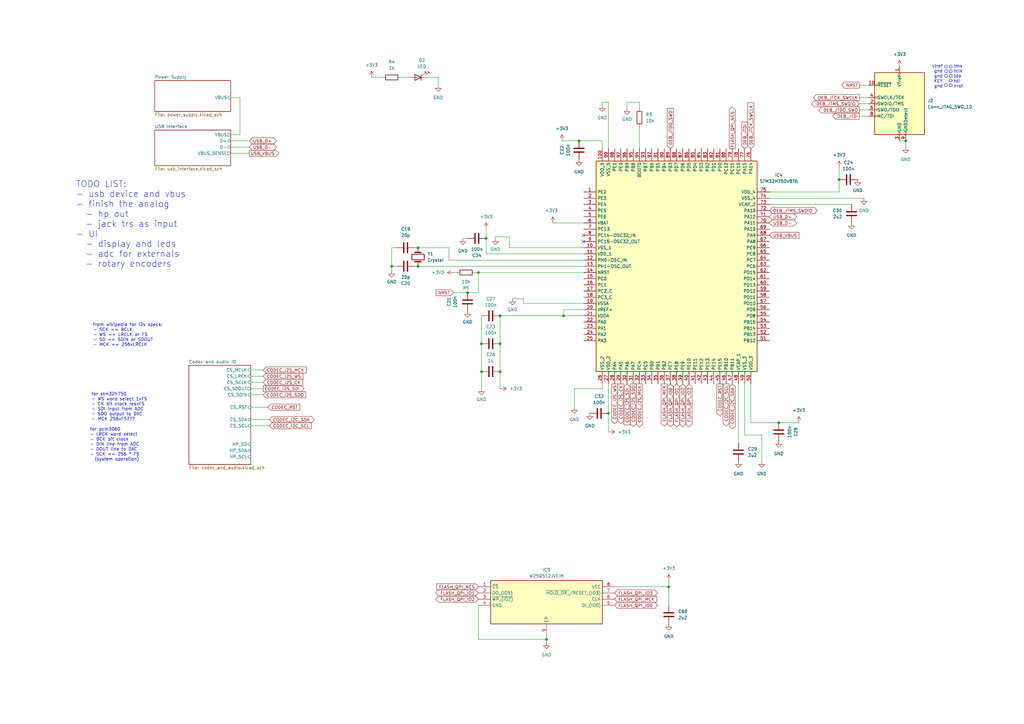
<source format=kicad_sch>
(kicad_sch (version 20230121) (generator eeschema)
  (paper "A3")
  (lib_symbols
    (symbol "Connector:Conn_ARM_JTAG_SWD_10" (pin_names (offset 1.016))
      (property "Reference" "J" (at -2.54 16.51 0))
      (property "Value" "Conn_ARM_JTAG_SWD_10" (at -2.54 13.97 0))
      (symbol "Conn_ARM_JTAG_SWD_10_0_1"
        (rectangle (start -10.16 12.7) (end 10.16 -12.7) (stroke (width 0.254)) (fill (type background)))
        (rectangle (start -2.794 -12.7) (end -2.286 -11.684))
        (rectangle (start -0.254 -12.7) (end 0.254 -11.684))
        (rectangle (start -0.254 12.7) (end 0.254 11.684))
        (rectangle (start 9.144 2.286) (end 10.16 2.794))
        (rectangle (start 10.16 -2.794) (end 9.144 -2.286))
        (rectangle (start 10.16 -0.254) (end 9.144 0.254))
        (rectangle (start 10.16 7.874) (end 9.144 7.366))
      )
      (symbol "Conn_ARM_JTAG_SWD_10_1_1"
        (rectangle (start 9.144 -5.334) (end 10.16 -4.826))
        (pin power_in line (at 0 15.24 270) (length 2.54) (name "VTref") (number "1"))
        (pin open_collector line (at 12.7 7.62 180) (length 2.54) (name "~{RESET}") (number "10"))
        (pin bidirectional line (at 12.7 0 180) (length 2.54) (name "SWDIO/TMS") (number "2"))
        (pin power_in line (at 0 -15.24 90) (length 2.54) (name "GND") (number "3"))
        (pin output line (at 12.7 2.54 180) (length 2.54) (name "SWCLK/TCK") (number "4"))
        (pin passive line (at 0 -15.24 90) (length 2.54) hide (name "GND") (number "5"))
        (pin input line (at 12.7 -2.54 180) (length 2.54) (name "SWO/TDO") (number "6"))
        (pin no_connect line (at -10.16 0 0) (length 2.54) hide (name "KEY") (number "7"))
        (pin output line (at 12.7 -5.08 180) (length 2.54) (name "NC/TDI") (number "8"))
        (pin passive line (at -2.54 -15.24 90) (length 2.54) (name "GNDDetect") (number "9"))
      )
    )
    (symbol "Device:C" (pin_numbers hide) (pin_names (offset 0.254))
      (property "Reference" "C" (at 0.635 2.54 0))
      (property "Value" "C" (at 0.635 -2.54 0))
      (symbol "C_0_1"
        (polyline (pts (xy -2.032 -0.762) (xy 2.032 -0.762)) (stroke (width 0.508)))
        (polyline (pts (xy -2.032 0.762) (xy 2.032 0.762)) (stroke (width 0.508)))
      )
      (symbol "C_1_1"
        (pin passive line (at 0 3.81 270) (length 2.794) (name "~") (number "1"))
        (pin passive line (at 0 -3.81 90) (length 2.794) (name "~") (number "2"))
      )
    )
    (symbol "Device:Crystal" (pin_numbers hide) (pin_names (offset 1.016) hide)
      (property "Reference" "Y" (at 0 3.81 0))
      (property "Value" "Crystal" (at 0 -3.81 0))
      (symbol "Crystal_0_1"
        (rectangle (start -1.143 2.54) (end 1.143 -2.54) (stroke (width 0.3048)))
        (polyline (pts (xy -2.54 0) (xy -1.905 0)))
        (polyline (pts (xy -1.905 -1.27) (xy -1.905 1.27)) (stroke (width 0.508)))
        (polyline (pts (xy 1.905 -1.27) (xy 1.905 1.27)) (stroke (width 0.508)))
        (polyline (pts (xy 2.54 0) (xy 1.905 0)))
      )
      (symbol "Crystal_1_1"
        (pin passive line (at -3.81 0 0) (length 1.27) (name "1") (number "1"))
        (pin passive line (at 3.81 0 180) (length 1.27) (name "2") (number "2"))
      )
    )
    (symbol "Device:LED" (pin_numbers hide) (pin_names (offset 1.016) hide)
      (property "Reference" "D" (at 0 2.54 0))
      (property "Value" "LED" (at 0 -2.54 0))
      (symbol "LED_0_1"
        (polyline (pts (xy -1.27 -1.27) (xy -1.27 1.27)) (stroke (width 0.254)))
        (polyline (pts (xy -1.27 0) (xy 1.27 0)))
        (polyline (pts (xy 1.27 -1.27) (xy 1.27 1.27) (xy -1.27 0) (xy 1.27 -1.27)) (stroke (width 0.254)))
        (polyline (pts (xy -3.048 -0.762) (xy -4.572 -2.286) (xy -3.81 -2.286) (xy -4.572 -2.286) (xy -4.572 -1.524)))
        (polyline (pts (xy -1.778 -0.762) (xy -3.302 -2.286) (xy -2.54 -2.286) (xy -3.302 -2.286) (xy -3.302 -1.524)))
      )
      (symbol "LED_1_1"
        (pin passive line (at -3.81 0 0) (length 2.54) (name "K") (number "1"))
        (pin passive line (at 3.81 0 180) (length 2.54) (name "A") (number "2"))
      )
    )
    (symbol "Device:R" (pin_numbers hide) (pin_names (offset 0))
      (property "Reference" "R" (at 2.032 0 90))
      (property "Value" "R" (at 0 0 90))
      (symbol "R_0_1"
        (rectangle (start -1.016 -2.54) (end 1.016 2.54) (stroke (width 0.254)))
      )
      (symbol "R_1_1"
        (pin passive line (at 0 3.81 270) (length 1.27) (name "~") (number "1"))
        (pin passive line (at 0 -3.81 90) (length 1.27) (name "~") (number "2"))
      )
    )
    (symbol "SamacSys_Parts:STM32H750VBT6"
      (property "Reference" "IC" (at 72.39 17.78 0))
      (property "Value" "STM32H750VBT6" (at 72.39 15.24 0))
      (symbol "STM32H750VBT6_1_1"
        (rectangle (start 5.08 12.7) (end 71.12 -73.66) (stroke (width 0.254)) (fill (type background)))
        (pin passive line (at 0 0 0) (length 5.08) (name "PE2") (number "1"))
        (pin passive line (at 0 -22.86 0) (length 5.08) (name "VSS_1") (number "10"))
        (pin passive line (at 7.62 17.78 270) (length 5.08) (name "VDD_5") (number "100"))
        (pin passive line (at 0 -25.4 0) (length 5.08) (name "VDD_1") (number "11"))
        (pin passive line (at 0 -27.94 0) (length 5.08) (name "PH0-OSC_IN") (number "12"))
        (pin passive line (at 0 -30.48 0) (length 5.08) (name "PH1-OSC_OUT") (number "13"))
        (pin passive line (at 0 -33.02 0) (length 5.08) (name "NRST") (number "14"))
        (pin passive line (at 0 -35.56 0) (length 5.08) (name "PC0") (number "15"))
        (pin passive line (at 0 -38.1 0) (length 5.08) (name "PC1") (number "16"))
        (pin passive line (at 0 -40.64 0) (length 5.08) (name "PC2_C") (number "17"))
        (pin passive line (at 0 -43.18 0) (length 5.08) (name "PC3_C") (number "18"))
        (pin passive line (at 0 -45.72 0) (length 5.08) (name "VSSA") (number "19"))
        (pin passive line (at 0 -2.54 0) (length 5.08) (name "PE3") (number "2"))
        (pin passive line (at 0 -48.26 0) (length 5.08) (name "VREF+") (number "20"))
        (pin passive line (at 0 -50.8 0) (length 5.08) (name "VDDA") (number "21"))
        (pin passive line (at 0 -53.34 0) (length 5.08) (name "PA0") (number "22"))
        (pin passive line (at 0 -55.88 0) (length 5.08) (name "PA1") (number "23"))
        (pin passive line (at 0 -58.42 0) (length 5.08) (name "PA2") (number "24"))
        (pin passive line (at 0 -60.96 0) (length 5.08) (name "PA3") (number "25"))
        (pin passive line (at 7.62 -78.74 90) (length 5.08) (name "VSS_2") (number "26"))
        (pin passive line (at 10.16 -78.74 90) (length 5.08) (name "VDD_2") (number "27"))
        (pin passive line (at 12.7 -78.74 90) (length 5.08) (name "PA4") (number "28"))
        (pin passive line (at 15.24 -78.74 90) (length 5.08) (name "PA5") (number "29"))
        (pin passive line (at 0 -5.08 0) (length 5.08) (name "PE4") (number "3"))
        (pin passive line (at 17.78 -78.74 90) (length 5.08) (name "PA6") (number "30"))
        (pin passive line (at 20.32 -78.74 90) (length 5.08) (name "PA7") (number "31"))
        (pin passive line (at 22.86 -78.74 90) (length 5.08) (name "PC4") (number "32"))
        (pin passive line (at 25.4 -78.74 90) (length 5.08) (name "PC5") (number "33"))
        (pin passive line (at 27.94 -78.74 90) (length 5.08) (name "PB0") (number "34"))
        (pin passive line (at 30.48 -78.74 90) (length 5.08) (name "PB1") (number "35"))
        (pin passive line (at 33.02 -78.74 90) (length 5.08) (name "PB2") (number "36"))
        (pin passive line (at 35.56 -78.74 90) (length 5.08) (name "PE7") (number "37"))
        (pin passive line (at 38.1 -78.74 90) (length 5.08) (name "PE8") (number "38"))
        (pin passive line (at 40.64 -78.74 90) (length 5.08) (name "PE9") (number "39"))
        (pin passive line (at 0 -7.62 0) (length 5.08) (name "PE5") (number "4"))
        (pin passive line (at 43.18 -78.74 90) (length 5.08) (name "PE10") (number "40"))
        (pin passive line (at 45.72 -78.74 90) (length 5.08) (name "PE11") (number "41"))
        (pin passive line (at 48.26 -78.74 90) (length 5.08) (name "PE12") (number "42"))
        (pin passive line (at 50.8 -78.74 90) (length 5.08) (name "PE13") (number "43"))
        (pin passive line (at 53.34 -78.74 90) (length 5.08) (name "PE14") (number "44"))
        (pin passive line (at 55.88 -78.74 90) (length 5.08) (name "PE15") (number "45"))
        (pin passive line (at 58.42 -78.74 90) (length 5.08) (name "PB10") (number "46"))
        (pin passive line (at 60.96 -78.74 90) (length 5.08) (name "PB11") (number "47"))
        (pin passive line (at 63.5 -78.74 90) (length 5.08) (name "VCAP_1") (number "48"))
        (pin passive line (at 66.04 -78.74 90) (length 5.08) (name "VSS_3") (number "49"))
        (pin passive line (at 0 -10.16 0) (length 5.08) (name "PE6") (number "5"))
        (pin passive line (at 68.58 -78.74 90) (length 5.08) (name "VDD_3") (number "50"))
        (pin passive line (at 76.2 -60.96 180) (length 5.08) (name "PB12") (number "51"))
        (pin passive line (at 76.2 -58.42 180) (length 5.08) (name "PB13") (number "52"))
        (pin passive line (at 76.2 -55.88 180) (length 5.08) (name "PB14") (number "53"))
        (pin passive line (at 76.2 -53.34 180) (length 5.08) (name "PB15") (number "54"))
        (pin passive line (at 76.2 -50.8 180) (length 5.08) (name "PD8") (number "55"))
        (pin passive line (at 76.2 -48.26 180) (length 5.08) (name "PD9") (number "56"))
        (pin passive line (at 76.2 -45.72 180) (length 5.08) (name "PD10") (number "57"))
        (pin passive line (at 76.2 -43.18 180) (length 5.08) (name "PD11") (number "58"))
        (pin passive line (at 76.2 -40.64 180) (length 5.08) (name "PD12") (number "59"))
        (pin passive line (at 0 -12.7 0) (length 5.08) (name "VBAT") (number "6"))
        (pin passive line (at 76.2 -38.1 180) (length 5.08) (name "PD13") (number "60"))
        (pin passive line (at 76.2 -35.56 180) (length 5.08) (name "PD14") (number "61"))
        (pin passive line (at 76.2 -33.02 180) (length 5.08) (name "PD15") (number "62"))
        (pin passive line (at 76.2 -30.48 180) (length 5.08) (name "PC6") (number "63"))
        (pin passive line (at 76.2 -27.94 180) (length 5.08) (name "PC7") (number "64"))
        (pin passive line (at 76.2 -25.4 180) (length 5.08) (name "PC8") (number "65"))
        (pin passive line (at 76.2 -22.86 180) (length 5.08) (name "PC9") (number "66"))
        (pin passive line (at 76.2 -20.32 180) (length 5.08) (name "PA8") (number "67"))
        (pin passive line (at 76.2 -17.78 180) (length 5.08) (name "PA9") (number "68"))
        (pin passive line (at 76.2 -15.24 180) (length 5.08) (name "PA10") (number "69"))
        (pin passive line (at 0 -15.24 0) (length 5.08) (name "PC13") (number "7"))
        (pin passive line (at 76.2 -12.7 180) (length 5.08) (name "PA11") (number "70"))
        (pin passive line (at 76.2 -10.16 180) (length 5.08) (name "PA12") (number "71"))
        (pin passive line (at 76.2 -7.62 180) (length 5.08) (name "PA13") (number "72"))
        (pin passive line (at 76.2 -5.08 180) (length 5.08) (name "VCAP_2") (number "73"))
        (pin passive line (at 76.2 -2.54 180) (length 5.08) (name "VSS_4") (number "74"))
        (pin passive line (at 76.2 0 180) (length 5.08) (name "VDD_4") (number "75"))
        (pin passive line (at 68.58 17.78 270) (length 5.08) (name "PA14") (number "76"))
        (pin passive line (at 66.04 17.78 270) (length 5.08) (name "PA15") (number "77"))
        (pin passive line (at 63.5 17.78 270) (length 5.08) (name "PC10") (number "78"))
        (pin passive line (at 60.96 17.78 270) (length 5.08) (name "PC11") (number "79"))
        (pin passive line (at 0 -17.78 0) (length 5.08) (name "PC14-OSC32_IN") (number "8"))
        (pin passive line (at 58.42 17.78 270) (length 5.08) (name "PC12") (number "80"))
        (pin passive line (at 55.88 17.78 270) (length 5.08) (name "PD0") (number "81"))
        (pin passive line (at 53.34 17.78 270) (length 5.08) (name "PD1") (number "82"))
        (pin passive line (at 50.8 17.78 270) (length 5.08) (name "PD2") (number "83"))
        (pin passive line (at 48.26 17.78 270) (length 5.08) (name "PD3") (number "84"))
        (pin passive line (at 45.72 17.78 270) (length 5.08) (name "PD4") (number "85"))
        (pin passive line (at 43.18 17.78 270) (length 5.08) (name "PD5") (number "86"))
        (pin passive line (at 40.64 17.78 270) (length 5.08) (name "PD6") (number "87"))
        (pin passive line (at 38.1 17.78 270) (length 5.08) (name "PD7") (number "88"))
        (pin passive line (at 35.56 17.78 270) (length 5.08) (name "PB3") (number "89"))
        (pin passive line (at 0 -20.32 0) (length 5.08) (name "PC15-OSC32_OUT") (number "9"))
        (pin passive line (at 33.02 17.78 270) (length 5.08) (name "PB4") (number "90"))
        (pin passive line (at 30.48 17.78 270) (length 5.08) (name "PB5") (number "91"))
        (pin passive line (at 27.94 17.78 270) (length 5.08) (name "PB6") (number "92"))
        (pin passive line (at 25.4 17.78 270) (length 5.08) (name "PB7") (number "93"))
        (pin passive line (at 22.86 17.78 270) (length 5.08) (name "BOOT0") (number "94"))
        (pin passive line (at 20.32 17.78 270) (length 5.08) (name "PB8") (number "95"))
        (pin passive line (at 17.78 17.78 270) (length 5.08) (name "PB9") (number "96"))
        (pin passive line (at 15.24 17.78 270) (length 5.08) (name "PE0") (number "97"))
        (pin passive line (at 12.7 17.78 270) (length 5.08) (name "PE1") (number "98"))
        (pin passive line (at 10.16 17.78 270) (length 5.08) (name "VSS_5") (number "99"))
      )
    )
    (symbol "SamacSys_Parts:W25Q512JVEIM"
      (property "Reference" "IC" (at 52.07 7.62 0))
      (property "Value" "W25Q512JVEIM" (at 52.07 5.08 0))
      (symbol "W25Q512JVEIM_1_1"
        (rectangle (start 5.08 2.54) (end 50.8 -15.24) (stroke (width 0.254)) (fill (type background)))
        (pin passive line (at 0 0 0) (length 5.08) (name "~{CS}") (number "1"))
        (pin passive line (at 0 -2.54 0) (length 5.08) (name "DO_(IO1)") (number "2"))
        (pin passive line (at 0 -5.08 0) (length 5.08) (name "~{WP_(IO2)}") (number "3"))
        (pin passive line (at 0 -7.62 0) (length 5.08) (name "GND") (number "4"))
        (pin passive line (at 55.88 -7.62 180) (length 5.08) (name "DI_(IO0)") (number "5"))
        (pin passive line (at 55.88 -5.08 180) (length 5.08) (name "CLK") (number "6"))
        (pin passive line (at 55.88 -2.54 180) (length 5.08) (name "~{HOLD_OR_}/RESET_(IO3)") (number "7"))
        (pin passive line (at 55.88 0 180) (length 5.08) (name "VCC") (number "8"))
        (pin passive line (at 27.94 -20.32 90) (length 5.08) (name "EP") (number "9"))
      )
    )
    (symbol "power:+3V3" (power) (pin_names (offset 0))
      (property "Value" "+3V3" (at 0 3.556 0))
      (symbol "+3V3_0_1"
        (polyline (pts (xy -0.762 1.27) (xy 0 2.54)))
        (polyline (pts (xy 0 0) (xy 0 2.54)))
        (polyline (pts (xy 0 2.54) (xy 0.762 1.27)))
      )
      (symbol "+3V3_1_1"
        (pin power_in line (at 0 0 90) (length 0) hide (name "+3V3") (number "1"))
      )
    )
    (symbol "power:GND" (power) (pin_names (offset 0))
      (property "Value" "GND" (at 0 -3.81 0))
      (symbol "GND_0_1"
        (polyline (pts (xy 0 0) (xy 0 -1.27) (xy 1.27 -1.27) (xy 0 -2.54) (xy -1.27 -1.27) (xy 0 -1.27)))
      )
      (symbol "GND_1_1"
        (pin power_in line (at 0 0 270) (length 0) hide (name "GND") (number "1"))
      )
    )
  )
  (junction (at 191.77 120.015))
  (junction (at 371.475 57.785))
  (junction (at 231.14 129.54))
  (junction (at 237.49 57.785))
  (junction (at 197.485 140.97))
  (junction (at 205.105 129.54))
  (junction (at 196.215 111.76))
  (junction (at 199.39 97.79))
  (junction (at 274.32 240.665))
  (junction (at 171.45 109.22))
  (junction (at 344.17 73.66))
  (junction (at 205.105 152.4))
  (junction (at 160.655 109.22))
  (junction (at 171.45 101.6))
  (junction (at 205.105 140.97))
  (junction (at 319.405 173.355))
  (junction (at 197.485 152.4))
  (junction (at 249.555 169.545))
  (junction (at 224.155 262.255))
  (no_connect (at 239.395 99.06))
  (no_connect (at 239.395 96.52))
  (wire (pts (xy 315.595 81.28) (xy 354.33 81.28)))
  (wire (pts (xy 102.87 151.765) (xy 107.95 151.765)))
  (wire (pts (xy 152.4 31.75) (xy 156.845 31.75)))
  (wire (pts (xy 247.015 159.385) (xy 247.015 157.48)))
  (wire (pts (xy 274.32 240.665) (xy 274.32 248.285)))
  (wire (pts (xy 239.395 106.68) (xy 184.15 106.68)))
  (wire (pts (xy 94.615 60.325) (xy 102.235 60.325)))
  (wire (pts (xy 208.915 97.155) (xy 203.2 97.155)))
  (wire (pts (xy 94.615 57.785) (xy 102.235 57.785)))
  (wire (pts (xy 196.215 262.255) (xy 224.155 262.255)))
  (wire (pts (xy 203.2 97.155) (xy 203.2 97.79)))
  (wire (pts (xy 205.105 129.54) (xy 231.14 129.54)))
  (wire (pts (xy 249.555 41.91) (xy 247.015 41.91)))
  (wire (pts (xy 196.215 120.015) (xy 196.215 111.76)))
  (wire (pts (xy 239.395 129.54) (xy 231.14 129.54)))
  (wire (pts (xy 94.615 40.005) (xy 98.425 40.005)))
  (wire (pts (xy 199.39 104.14) (xy 239.395 104.14)))
  (wire (pts (xy 208.915 101.6) (xy 239.395 101.6)))
  (wire (pts (xy 231.14 129.54) (xy 231.14 127)))
  (wire (pts (xy 274.32 238.125) (xy 274.32 240.665)))
  (wire (pts (xy 208.915 97.155) (xy 208.915 101.6)))
  (wire (pts (xy 197.485 129.54) (xy 197.485 140.97)))
  (wire (pts (xy 312.42 178.435) (xy 305.435 178.435)))
  (wire (pts (xy 160.655 101.6) (xy 160.655 109.22)))
  (wire (pts (xy 352.425 42.545) (xy 356.235 42.545)))
  (wire (pts (xy 226.695 91.44) (xy 239.395 91.44)))
  (wire (pts (xy 352.425 34.925) (xy 356.235 34.925)))
  (wire (pts (xy 315.595 83.82) (xy 349.25 83.82)))
  (wire (pts (xy 186.055 111.76) (xy 187.325 111.76)))
  (wire (pts (xy 164.465 31.75) (xy 167.64 31.75)))
  (wire (pts (xy 160.655 109.22) (xy 160.655 111.125)))
  (wire (pts (xy 194.945 111.76) (xy 196.215 111.76)))
  (wire (pts (xy 184.15 106.68) (xy 184.15 101.6)))
  (wire (pts (xy 102.87 159.385) (xy 107.95 159.385)))
  (wire (pts (xy 252.095 240.665) (xy 274.32 240.665)))
  (wire (pts (xy 171.45 109.22) (xy 239.395 109.22)))
  (wire (pts (xy 175.26 31.75) (xy 179.705 31.75)))
  (wire (pts (xy 196.215 120.015) (xy 191.77 120.015)))
  (wire (pts (xy 205.105 152.4) (xy 205.105 159.385)))
  (wire (pts (xy 231.14 127) (xy 239.395 127)))
  (wire (pts (xy 197.485 140.97) (xy 197.485 152.4)))
  (wire (pts (xy 307.975 173.355) (xy 307.975 157.48)))
  (wire (pts (xy 302.895 181.61) (xy 302.895 157.48)))
  (wire (pts (xy 102.87 154.305) (xy 107.95 154.305)))
  (wire (pts (xy 214.63 124.46) (xy 239.395 124.46)))
  (wire (pts (xy 230.505 57.785) (xy 237.49 57.785)))
  (wire (pts (xy 371.475 57.785) (xy 371.475 60.325)))
  (wire (pts (xy 262.255 41.91) (xy 262.255 44.45)))
  (wire (pts (xy 319.405 173.355) (xy 327.66 173.355)))
  (wire (pts (xy 249.555 60.96) (xy 249.555 41.91)))
  (wire (pts (xy 247.015 57.785) (xy 247.015 60.96)))
  (wire (pts (xy 224.155 260.985) (xy 224.155 262.255)))
  (wire (pts (xy 249.555 157.48) (xy 249.555 169.545)))
  (wire (pts (xy 205.105 140.97) (xy 205.105 152.4)))
  (wire (pts (xy 247.015 41.91) (xy 247.015 43.18)))
  (wire (pts (xy 210.185 122.555) (xy 214.63 122.555)))
  (wire (pts (xy 224.155 262.255) (xy 224.155 263.525)))
  (wire (pts (xy 98.425 40.005) (xy 98.425 55.245)))
  (wire (pts (xy 196.215 248.285) (xy 196.215 262.255)))
  (wire (pts (xy 237.49 57.785) (xy 247.015 57.785)))
  (wire (pts (xy 199.39 93.98) (xy 199.39 97.79)))
  (wire (pts (xy 196.215 111.76) (xy 239.395 111.76)))
  (wire (pts (xy 102.87 156.845) (xy 107.95 156.845)))
  (wire (pts (xy 98.425 55.245) (xy 94.615 55.245)))
  (wire (pts (xy 262.255 52.07) (xy 262.255 60.96)))
  (wire (pts (xy 189.865 97.79) (xy 191.77 97.79)))
  (wire (pts (xy 235.585 159.385) (xy 247.015 159.385)))
  (wire (pts (xy 315.595 78.74) (xy 344.17 78.74)))
  (wire (pts (xy 235.585 167.005) (xy 235.585 159.385)))
  (wire (pts (xy 102.87 172.085) (xy 110.49 172.085)))
  (wire (pts (xy 257.175 44.45) (xy 257.175 41.91)))
  (wire (pts (xy 170.18 101.6) (xy 171.45 101.6)))
  (wire (pts (xy 214.63 122.555) (xy 214.63 124.46)))
  (wire (pts (xy 344.17 73.66) (xy 344.17 78.74)))
  (wire (pts (xy 307.975 173.355) (xy 319.405 173.355)))
  (wire (pts (xy 368.935 57.785) (xy 371.475 57.785)))
  (wire (pts (xy 352.425 40.005) (xy 356.235 40.005)))
  (wire (pts (xy 102.87 174.625) (xy 110.49 174.625)))
  (wire (pts (xy 179.705 31.75) (xy 179.705 34.925)))
  (wire (pts (xy 160.655 109.22) (xy 162.56 109.22)))
  (wire (pts (xy 102.87 161.925) (xy 107.95 161.925)))
  (wire (pts (xy 94.615 62.865) (xy 102.235 62.865)))
  (wire (pts (xy 102.87 167.005) (xy 109.855 167.005)))
  (wire (pts (xy 199.39 97.79) (xy 199.39 104.14)))
  (wire (pts (xy 205.105 129.54) (xy 205.105 140.97)))
  (wire (pts (xy 257.175 41.91) (xy 262.255 41.91)))
  (wire (pts (xy 170.18 109.22) (xy 171.45 109.22)))
  (wire (pts (xy 171.45 101.6) (xy 184.15 101.6)))
  (wire (pts (xy 305.435 178.435) (xy 305.435 157.48)))
  (wire (pts (xy 312.42 178.435) (xy 312.42 189.23)))
  (wire (pts (xy 352.425 45.085) (xy 356.235 45.085)))
  (wire (pts (xy 344.17 68.58) (xy 344.17 73.66)))
  (wire (pts (xy 160.655 101.6) (xy 162.56 101.6)))
  (wire (pts (xy 352.425 47.625) (xy 356.235 47.625)))
  (wire (pts (xy 186.055 120.015) (xy 191.77 120.015)))
  (wire (pts (xy 197.485 152.4) (xy 197.485 159.385)))
  (wire (pts (xy 249.555 169.545) (xy 249.555 177.165)))
  (circle (center 387.985 29.21) (radius 0.635))
  (circle (center 389.89 31.115) (radius 0.635))
  (circle (center 387.985 31.115) (radius 0.635))
  (circle (center 387.985 27.305) (radius 0.635))
  (circle (center 389.89 27.305) (radius 0.635))
  (circle (center 389.89 29.21) (radius 0.635))
  (circle (center 387.985 34.925) (radius 0.635))
  (circle (center 389.89 33.02) (radius 0.635))
  (circle (center 389.89 34.925) (radius 0.635))
  (text "vtref\ngnd\ngnd\nKEY\ngnd" (at 386.715 36.195 0) (effects (font (size 1.27 1.27)) (justify right bottom)))
  (text "for pcm3060\n- LRCK word select\n- BCK bit clock\n- DIN line from ADC\n- DOUT line to DAC\n- SCK == 256 * FS\n  (system operation)\n" (at 36.83 189.23 0) (effects (font (size 1.27 1.27)) (justify left bottom)))
  (text "TODO LIST:\n- usb device and vbus\n- finish the analog\n  - hp out\n  - jack trs as input\n- UI\n  - display and leds\n  - adc for externals\n  - rotary encoders" (at 31.115 109.855 0) (effects (font (size 2.54 2.54)) (justify left bottom)))
  (text "for stm32h750\n- WS word select 1xFS\n- CK bit clock resxFS\n- SDI input from ADC\n- SDO output to DAC\n- MCK 256xFS???" (at 37.465 172.72 0) (effects (font (size 1.27 1.27)) (justify left bottom)))
  (text "from wikipedia for i2s specs:\n- SCK == BCLK\n- WS == LRCLK or FS\n- SD == SDIN or SDOUT\n- MCK == 256xLRCLK\n" (at 38.1 142.24 0) (effects (font (size 1.27 1.27)) (justify left bottom)))
  (text "tms\ntclk\ntdo\ntdi\nnrst" (at 391.16 36.195 0) (effects (font (size 1.27 1.27)) (justify left bottom)))
  (global_label "CODEC_I2S_CK" (shape output) (at 254.635 157.48 270) (property "Intersheetrefs" "${INTERSHEET_REFS}" (effects hide)))
  (global_label "DEB_JTCK_SWCLK" (shape output) (at 352.425 40.005 180) (property "Intersheetrefs" "${INTERSHEET_REFS}" (effects hide)))
  (global_label "FLASH_QPI_IO3" (shape bidirectional) (at 282.575 157.48 270) (property "Intersheetrefs" "${INTERSHEET_REFS}" (effects hide)))
  (global_label "DEB_JTMS_SWDIO" (shape bidirectional) (at 315.595 86.36 0) (property "Intersheetrefs" "${INTERSHEET_REFS}" (effects hide)))
  (global_label "USB_D-" (shape bidirectional) (at 315.595 91.44 0) (property "Intersheetrefs" "${INTERSHEET_REFS}" (effects hide)))
  (global_label "FLASH_QPI_NCS" (shape output) (at 300.355 60.96 90) (property "Intersheetrefs" "${INTERSHEET_REFS}" (effects hide)))
  (global_label "CODEC_I2C_SCL" (shape input) (at 110.49 174.625 0) (property "Intersheetrefs" "${INTERSHEET_REFS}" (effects hide)))
  (global_label "DEB_JTDO_SWO" (shape input) (at 274.955 60.96 90) (property "Intersheetrefs" "${INTERSHEET_REFS}" (effects hide)))
  (global_label "CODEC_I2S_MCK" (shape input) (at 107.95 151.765 0) (property "Intersheetrefs" "${INTERSHEET_REFS}" (effects hide)))
  (global_label "FLASH_QPI_IO2" (shape bidirectional) (at 280.035 157.48 270) (property "Intersheetrefs" "${INTERSHEET_REFS}" (effects hide)))
  (global_label "CODEC_I2S_SDI" (shape input) (at 257.175 157.48 270) (property "Intersheetrefs" "${INTERSHEET_REFS}" (effects hide)))
  (global_label "CODEC_I2S_WS" (shape output) (at 252.095 157.48 270) (property "Intersheetrefs" "${INTERSHEET_REFS}" (effects hide)))
  (global_label "CODEC_RST" (shape output) (at 295.275 157.48 270) (property "Intersheetrefs" "${INTERSHEET_REFS}" (effects hide)))
  (global_label "USB_D-" (shape bidirectional) (at 102.235 60.325 0) (property "Intersheetrefs" "${INTERSHEET_REFS}" (effects hide)))
  (global_label "FLASH_QPI_MCK" (shape output) (at 272.415 157.48 270) (property "Intersheetrefs" "${INTERSHEET_REFS}" (effects hide)))
  (global_label "CODEC_I2S_SDI" (shape output) (at 107.95 159.385 0) (property "Intersheetrefs" "${INTERSHEET_REFS}" (effects hide)))
  (global_label "FLASH_QPI_IO1" (shape bidirectional) (at 196.215 243.205 180) (property "Intersheetrefs" "${INTERSHEET_REFS}" (effects hide)))
  (global_label "DEB_JTDO_SWO" (shape output) (at 352.425 45.085 180) (property "Intersheetrefs" "${INTERSHEET_REFS}" (effects hide)))
  (global_label "FLASH_QPI_IO3" (shape bidirectional) (at 252.095 243.205 0) (property "Intersheetrefs" "${INTERSHEET_REFS}" (effects hide)))
  (global_label "CODEC_I2S_SDO" (shape input) (at 107.95 161.925 0) (property "Intersheetrefs" "${INTERSHEET_REFS}" (effects hide)))
  (global_label "CODEC_I2S_WS" (shape input) (at 107.95 154.305 0) (property "Intersheetrefs" "${INTERSHEET_REFS}" (effects hide)))
  (global_label "CODEC_I2S_SDO" (shape output) (at 259.715 157.48 270) (property "Intersheetrefs" "${INTERSHEET_REFS}" (effects hide)))
  (global_label "DEB_JTDI" (shape output) (at 352.425 47.625 180) (property "Intersheetrefs" "${INTERSHEET_REFS}" (effects hide)))
  (global_label "DEB_JTMS_SWDIO" (shape bidirectional) (at 352.425 42.545 180) (property "Intersheetrefs" "${INTERSHEET_REFS}" (effects hide)))
  (global_label "FLASH_QPI_IO0" (shape bidirectional) (at 252.095 248.285 0) (property "Intersheetrefs" "${INTERSHEET_REFS}" (effects hide)))
  (global_label "NRST" (shape output) (at 352.425 34.925 180) (property "Intersheetrefs" "${INTERSHEET_REFS}" (effects hide)))
  (global_label "CODEC_RST" (shape input) (at 109.855 167.005 0) (property "Intersheetrefs" "${INTERSHEET_REFS}" (effects hide)))
  (global_label "FLASH_QPI_MCK" (shape input) (at 252.095 245.745 0) (property "Intersheetrefs" "${INTERSHEET_REFS}" (effects hide)))
  (global_label "FLASH_QPI_IO1" (shape bidirectional) (at 277.495 157.48 270) (property "Intersheetrefs" "${INTERSHEET_REFS}" (effects hide)))
  (global_label "FLASH_QPI_NCS" (shape input) (at 196.215 240.665 180) (property "Intersheetrefs" "${INTERSHEET_REFS}" (effects hide)))
  (global_label "CODEC_I2C_SDA" (shape bidirectional) (at 300.355 157.48 270) (property "Intersheetrefs" "${INTERSHEET_REFS}" (effects hide)))
  (global_label "CODEC_I2S_CK" (shape input) (at 107.95 156.845 0) (property "Intersheetrefs" "${INTERSHEET_REFS}" (effects hide)))
  (global_label "CODEC_I2C_SCL" (shape output) (at 297.815 157.48 270) (property "Intersheetrefs" "${INTERSHEET_REFS}" (effects hide)))
  (global_label "NRST" (shape input) (at 186.055 120.015 180) (property "Intersheetrefs" "${INTERSHEET_REFS}" (effects hide)))
  (global_label "USB_D+" (shape bidirectional) (at 102.235 57.785 0) (property "Intersheetrefs" "${INTERSHEET_REFS}" (effects hide)))
  (global_label "DEB_JTDI" (shape input) (at 305.435 60.96 90) (property "Intersheetrefs" "${INTERSHEET_REFS}" (effects hide)))
  (global_label "USB_D+" (shape bidirectional) (at 315.595 88.9 0) (property "Intersheetrefs" "${INTERSHEET_REFS}" (effects hide)))
  (global_label "FLASH_QPI_IO2" (shape bidirectional) (at 196.215 245.745 180) (property "Intersheetrefs" "${INTERSHEET_REFS}" (effects hide)))
  (global_label "CODEC_I2C_SDA" (shape bidirectional) (at 110.49 172.085 0) (property "Intersheetrefs" "${INTERSHEET_REFS}" (effects hide)))
  (global_label "USB_VBUS" (shape input) (at 315.595 96.52 0) (property "Intersheetrefs" "${INTERSHEET_REFS}" (effects hide)))
  (global_label "FLASH_QPI_IO0" (shape bidirectional) (at 274.955 157.48 270) (property "Intersheetrefs" "${INTERSHEET_REFS}" (effects hide)))
  (global_label "USB_VBUS" (shape output) (at 102.235 62.865 0) (property "Intersheetrefs" "${INTERSHEET_REFS}" (effects hide)))
  (global_label "CODEC_I2S_MCK" (shape output) (at 262.255 157.48 270) (property "Intersheetrefs" "${INTERSHEET_REFS}" (effects hide)))
  (global_label "DEB_JTCK_SWCLK" (shape input) (at 307.975 60.96 90) (property "Intersheetrefs" "${INTERSHEET_REFS}" (effects hide)))
  (symbol (lib_id "power:+3V3") (at 230.505 57.785 0) (unit 1)
    (property "Reference" "#PWR053" (effects hide))
    (property "Value" "+3V3" (at 230.505 52.705 0))
  )
  (symbol (lib_id "SamacSys_Parts:W25Q512JVEIM") (at 196.215 240.665 0) (unit 1)
    (property "Reference" "IC5" (at 224.155 233.68 0))
    (property "Value" "W25Q512JVEIM" (at 224.155 236.22 0))
    (property "Footprint" "SON127P800X600X80-9N-D" (effects hide))
    (property "Datasheet" "https://www.winbond.com/hq/search-resource-file.jsp?partNo=W25Q512JVEIM&type=datasheet" (effects hide))
    (property "Height" "0.8" (effects hide))
    (property "Manufacturer_Name" "Winbond" (effects hide))
    (property "Manufacturer_Part_Number" "W25Q512JVEIM" (effects hide))
    (property "Mouser Part Number" "454-W25Q512JVEIM" (effects hide))
    (property "Mouser Price/Stock" "https://www.mouser.co.uk/ProductDetail/Winbond/W25Q512JVEIM?qs=T3oQrply3y%252BsynJ0tx2Lww%3D%3D" (effects hide))
    (property "Arrow Part Number" "W25Q512JVEIM" (effects hide))
    (property "Arrow Price/Stock" "https://www.arrow.com/en/products/w25q512jveim/winbond-electronics?utm_currency=USD&region=nac" (effects hide))
  )
  (symbol (lib_id "power:GND") (at 312.42 189.23 0) (unit 1)
    (property "Reference" "#PWR011" (effects hide))
    (property "Value" "GND" (at 312.42 194.31 0))
  )
  (symbol (lib_id "Device:C") (at 166.37 109.22 90) (mirror x) (unit 1)
    (property "Reference" "C20" (at 166.37 116.205 90))
    (property "Value" "20p" (at 166.37 113.665 90))
  )
  (symbol (lib_id "Device:C") (at 195.58 97.79 90) (mirror x) (unit 1)
    (property "Reference" "C34" (at 195.58 104.775 90))
    (property "Value" "100n" (at 195.58 102.235 90))
  )
  (symbol (lib_id "power:GND") (at 197.485 159.385 0) (unit 1)
    (property "Reference" "#PWR016" (effects hide))
    (property "Value" "GND" (at 197.485 163.83 0))
  )
  (symbol (lib_id "power:+3V3") (at 205.105 159.385 270) (unit 1)
    (property "Reference" "#PWR057" (effects hide))
    (property "Value" "+3V3" (at 208.915 159.385 90) (effects (justify left)))
  )
  (symbol (lib_id "Device:C") (at 349.25 87.63 0) (mirror y) (unit 1)
    (property "Reference" "C30" (at 345.44 86.36 0) (effects (justify left)))
    (property "Value" "2u2" (at 345.44 88.9 0) (effects (justify left)))
  )
  (symbol (lib_id "power:+3V3") (at 199.39 93.98 0) (unit 1)
    (property "Reference" "#PWR055" (effects hide))
    (property "Value" "+3V3" (at 199.39 88.9 0))
  )
  (symbol (lib_id "power:+3V3") (at 186.055 111.76 90) (unit 1)
    (property "Reference" "#PWR056" (effects hide))
    (property "Value" "+3V3" (at 182.245 111.76 90) (effects (justify left)))
  )
  (symbol (lib_id "power:GND") (at 160.655 111.125 0) (unit 1)
    (property "Reference" "#PWR08" (effects hide))
    (property "Value" "GND" (at 160.655 115.57 0))
  )
  (symbol (lib_id "power:GND") (at 224.155 263.525 0) (unit 1)
    (property "Reference" "#PWR075" (effects hide))
    (property "Value" "GND" (at 224.155 268.605 0))
  )
  (symbol (lib_id "power:GND") (at 203.2 97.79 0) (unit 1)
    (property "Reference" "#PWR014" (effects hide))
    (property "Value" "GND" (at 203.2 102.235 0))
  )
  (symbol (lib_id "power:GND") (at 319.405 180.975 0) (mirror y) (unit 1)
    (property "Reference" "#PWR022" (effects hide))
    (property "Value" "GND" (at 319.405 186.055 0))
  )
  (symbol (lib_id "power:GND") (at 189.865 97.79 0) (unit 1)
    (property "Reference" "#PWR024" (effects hide))
    (property "Value" "GND" (at 189.865 102.87 0))
  )
  (symbol (lib_id "power:GND") (at 241.935 169.545 0) (unit 1)
    (property "Reference" "#PWR023" (effects hide))
    (property "Value" "GND" (at 241.935 174.625 0))
  )
  (symbol (lib_id "Device:C") (at 237.49 61.595 0) (mirror y) (unit 1)
    (property "Reference" "C22" (at 230.505 61.595 90))
    (property "Value" "100n" (at 233.045 61.595 90))
  )
  (symbol (lib_id "power:GND") (at 191.77 127.635 0) (unit 1)
    (property "Reference" "#PWR019" (effects hide))
    (property "Value" "GND" (at 191.77 132.08 0))
  )
  (symbol (lib_id "power:GND") (at 237.49 65.405 0) (unit 1)
    (property "Reference" "#PWR020" (effects hide))
    (property "Value" "GND" (at 237.49 70.485 0))
  )
  (symbol (lib_id "SamacSys_Parts:STM32H750VBT6") (at 239.395 78.74 0) (unit 1)
    (property "Reference" "IC4" (at 319.405 71.8119 0))
    (property "Value" "STM32H750VBT6" (at 319.405 74.3519 0))
    (property "Footprint" "QFP50P1600X1600X160-100N" (effects hide))
    (property "Datasheet" "https://www.st.com/resource/en/datasheet/stm32h750vb.pdf" (effects hide))
    (property "Height" "1.6" (effects hide))
    (property "Manufacturer_Name" "STMicroelectronics" (effects hide))
    (property "Manufacturer_Part_Number" "STM32H750VBT6" (effects hide))
    (property "Mouser Part Number" "511-STM32H750VBT6" (effects hide))
    (property "Mouser Price/Stock" "https://www.mouser.co.uk/ProductDetail/STMicroelectronics/STM32H750VBT6?qs=%252BEew9%252B0nqrBAeuu%2FsQQSzQ%3D%3D" (effects hide))
    (property "Arrow Part Number" "STM32H750VBT6" (effects hide))
    (property "Arrow Price/Stock" "https://www.arrow.com/en/products/stm32h750vbt6/stmicroelectronics?region=nac" (effects hide))
  )
  (symbol (lib_id "power:GND") (at 274.32 255.905 0) (unit 1)
    (property "Reference" "#PWR082" (effects hide))
    (property "Value" "GND" (at 274.32 260.985 0))
  )
  (symbol (lib_id "power:GND") (at 354.33 81.28 0) (unit 1)
    (property "Reference" "#PWR012" (effects hide))
    (property "Value" "GND" (at 354.33 86.36 0))
  )
  (symbol (lib_id "power:GND") (at 257.175 44.45 0) (unit 1)
    (property "Reference" "#PWR09" (effects hide))
    (property "Value" "GND" (at 257.175 48.895 0))
  )
  (symbol (lib_id "Device:C") (at 191.77 123.825 180) (unit 1)
    (property "Reference" "C21" (at 184.15 123.825 90))
    (property "Value" "100n" (at 186.69 123.825 90))
  )
  (symbol (lib_id "power:GND") (at 247.015 43.18 0) (unit 1)
    (property "Reference" "#PWR013" (effects hide))
    (property "Value" "GND" (at 247.015 48.26 0))
  )
  (symbol (lib_id "Device:C") (at 319.405 177.165 0) (unit 1)
    (property "Reference" "C28" (at 326.39 177.165 90))
    (property "Value" "100n" (at 323.85 177.165 90))
  )
  (symbol (lib_id "power:GND") (at 371.475 60.325 0) (unit 1)
    (property "Reference" "#PWR026" (effects hide))
    (property "Value" "GND" (at 371.475 65.405 0))
  )
  (symbol (lib_id "Device:LED") (at 171.45 31.75 180) (unit 1)
    (property "Reference" "D2" (at 173.0375 24.765 0))
    (property "Value" "LED" (at 173.0375 27.305 0))
  )
  (symbol (lib_id "Device:Crystal") (at 171.45 105.41 270) (mirror x) (unit 1)
    (property "Reference" "Y1" (at 175.26 104.14 90) (effects (justify left)))
    (property "Value" "Crystal" (at 175.26 106.68 90) (effects (justify left)))
  )
  (symbol (lib_id "Device:R") (at 160.655 31.75 90) (unit 1)
    (property "Reference" "R4" (at 160.655 25.4 90))
    (property "Value" "1k" (at 160.655 27.94 90))
  )
  (symbol (lib_id "power:+3V3") (at 344.17 68.58 0) (unit 1)
    (property "Reference" "#PWR060" (effects hide))
    (property "Value" "+3V3" (at 344.17 63.5 0))
  )
  (symbol (lib_id "power:+3V3") (at 226.695 91.44 0) (unit 1)
    (property "Reference" "#PWR054" (effects hide))
    (property "Value" "+3V3" (at 223.52 86.36 0) (effects (justify left)))
  )
  (symbol (lib_id "power:GND") (at 210.185 122.555 0) (unit 1)
    (property "Reference" "#PWR015" (effects hide))
    (property "Value" "GND" (at 210.185 127 0))
  )
  (symbol (lib_id "power:+3V3") (at 368.935 27.305 0) (unit 1)
    (property "Reference" "#PWR061" (effects hide))
    (property "Value" "+3V3" (at 368.935 22.225 0))
  )
  (symbol (lib_id "power:GND") (at 349.25 91.44 0) (unit 1)
    (property "Reference" "#PWR018" (effects hide))
    (property "Value" "GND" (at 349.25 96.52 0))
  )
  (symbol (lib_id "power:+3V3") (at 327.66 173.355 0) (unit 1)
    (property "Reference" "#PWR059" (effects hide))
    (property "Value" "+3V3" (at 327.66 168.275 0))
  )
  (symbol (lib_id "Device:R") (at 191.135 111.76 90) (mirror x) (unit 1)
    (property "Reference" "R5" (at 191.135 118.11 90))
    (property "Value" "10k" (at 191.135 115.57 90))
  )
  (symbol (lib_id "Device:C") (at 347.98 73.66 90) (unit 1)
    (property "Reference" "C24" (at 347.98 66.675 90))
    (property "Value" "100n" (at 347.98 69.215 90))
  )
  (symbol (lib_id "Device:C") (at 201.295 152.4 270) (mirror x) (unit 1)
    (property "Reference" "C26" (at 201.295 145.415 90))
    (property "Value" "1u" (at 201.295 147.955 90))
  )
  (symbol (lib_id "Device:C") (at 274.32 252.095 0) (unit 1)
    (property "Reference" "C68" (at 278.13 250.825 0) (effects (justify left)))
    (property "Value" "2u2" (at 278.13 253.365 0) (effects (justify left)))
  )
  (symbol (lib_id "power:GND") (at 179.705 34.925 0) (unit 1)
    (property "Reference" "#PWR025" (effects hide))
    (property "Value" "GND" (at 179.705 40.005 0))
  )
  (symbol (lib_id "Device:R") (at 262.255 48.26 0) (unit 1)
    (property "Reference" "R3" (at 264.795 46.99 0) (effects (justify left)))
    (property "Value" "10k" (at 264.795 49.53 0) (effects (justify left)))
  )
  (symbol (lib_id "Device:C") (at 166.37 101.6 90) (unit 1)
    (property "Reference" "C19" (at 166.37 93.98 90))
    (property "Value" "20p" (at 166.37 96.52 90))
  )
  (symbol (lib_id "Device:C") (at 201.295 140.97 270) (mirror x) (unit 1)
    (property "Reference" "C23" (at 201.295 133.985 90))
    (property "Value" "100n" (at 201.295 136.525 90))
  )
  (symbol (lib_id "power:GND") (at 235.585 167.005 0) (unit 1)
    (property "Reference" "#PWR010" (effects hide))
    (property "Value" "GND" (at 235.585 172.085 0))
  )
  (symbol (lib_id "Connector:Conn_ARM_JTAG_SWD_10") (at 368.935 42.545 0) (mirror y) (unit 1)
    (property "Reference" "J2" (at 380.365 41.275 0) (effects (justify right)))
    (property "Value" "Conn_JTAG_SWD_10" (at 380.365 43.815 0) (effects (justify right)))
    (property "Datasheet" "http://infocenter.arm.com/help/topic/com.arm.doc.ddi0314h/DDI0314H_coresight_components_trm.pdf" (effects hide))
  )
  (symbol (lib_id "power:+3V3") (at 274.32 238.125 0) (unit 1)
    (property "Reference" "#PWR073" (effects hide))
    (property "Value" "+3V3" (at 274.32 233.045 0))
  )
  (symbol (lib_id "Device:C") (at 302.895 185.42 0) (unit 1)
    (property "Reference" "C29" (at 306.705 184.15 0) (effects (justify left)))
    (property "Value" "2u2" (at 306.705 186.69 0) (effects (justify left)))
  )
  (symbol (lib_id "power:+3V3") (at 249.555 177.165 270) (unit 1)
    (property "Reference" "#PWR058" (effects hide))
    (property "Value" "+3V3" (at 253.365 177.165 90) (effects (justify left)))
  )
  (symbol (lib_id "power:GND") (at 302.895 189.23 0) (unit 1)
    (property "Reference" "#PWR017" (effects hide))
    (property "Value" "GND" (at 302.895 194.31 0))
  )
  (symbol (lib_id "Device:C") (at 201.295 129.54 270) (mirror x) (unit 1)
    (property "Reference" "C27" (at 201.295 122.555 90))
    (property "Value" "100n" (at 201.295 125.095 90))
  )
  (symbol (lib_id "power:+3V3") (at 152.4 31.75 0) (unit 1)
    (property "Reference" "#PWR052" (effects hide))
    (property "Value" "+3V3" (at 152.4 26.67 0))
  )
  (symbol (lib_id "Device:C") (at 245.745 169.545 90) (unit 1)
    (property "Reference" "C32" (at 245.745 162.56 90))
    (property "Value" "100n" (at 245.745 165.1 90))
  )
  (symbol (lib_id "power:GND") (at 351.79 73.66 0) (unit 1)
    (property "Reference" "#PWR021" (effects hide))
    (property "Value" "GND" (at 351.79 78.105 0))
  )
  (sheet (at 77.47 149.86) (size 25.4 40.64) (stroke (width 0.1524))
    (property "Sheetname" "Codec and audio IO" (at 77.47 149.1484 0) (effects (justify left bottom)))
    (property "Sheetfile" "codec_and_audio.kicad_sch" (at 77.47 191.0846 0) (effects (justify left top)))
    (pin "CS_RST" input (at 102.87 167.005 0))
    (pin "CS_SDIN" input (at 102.87 161.925 0))
    (pin "CS_LRCK" input (at 102.87 154.305 0))
    (pin "CS_MCLK" input (at 102.87 151.765 0))
    (pin "CS_SDOUT" output (at 102.87 159.385 0))
    (pin "CS_SCLK" input (at 102.87 156.845 0))
    (pin "CS_SDA" bidirectional (at 102.87 172.085 0))
    (pin "CS_SCL" input (at 102.87 174.625 0))
    (pin "HP_SDA" bidirectional (at 102.87 184.785 0))
    (pin "HP_SD" input (at 102.87 182.245 0))
    (pin "HP_SCL" input (at 102.87 187.325 0))
  )
  (sheet (at 63.5 33.02) (size 31.115 12.7) (stroke (width 0.1524))
    (property "Sheetname" "Power Supply" (at 63.5 32.3084 0) (effects (justify left bottom)))
    (property "Sheetfile" "power_supply.kicad_sch" (at 63.5 46.3046 0) (effects (justify left top)))
    (pin "VBUS" input (at 94.615 40.005 0))
  )
  (sheet (at 63.5 53.34) (size 31.115 14.605) (stroke (width 0.1524))
    (property "Sheetname" "USB Interface" (at 63.5 52.6284 0) (effects (justify left bottom)))
    (property "Sheetfile" "usb_interface.kicad_sch" (at 63.5 68.5296 0) (effects (justify left top)))
    (pin "D+" bidirectional (at 94.615 57.785 0))
    (pin "D-" bidirectional (at 94.615 60.325 0))
    (pin "VBUS" output (at 94.615 55.245 0))
    (pin "VBUS_SENSE" output (at 94.615 62.865 0))
  )
)
</source>
